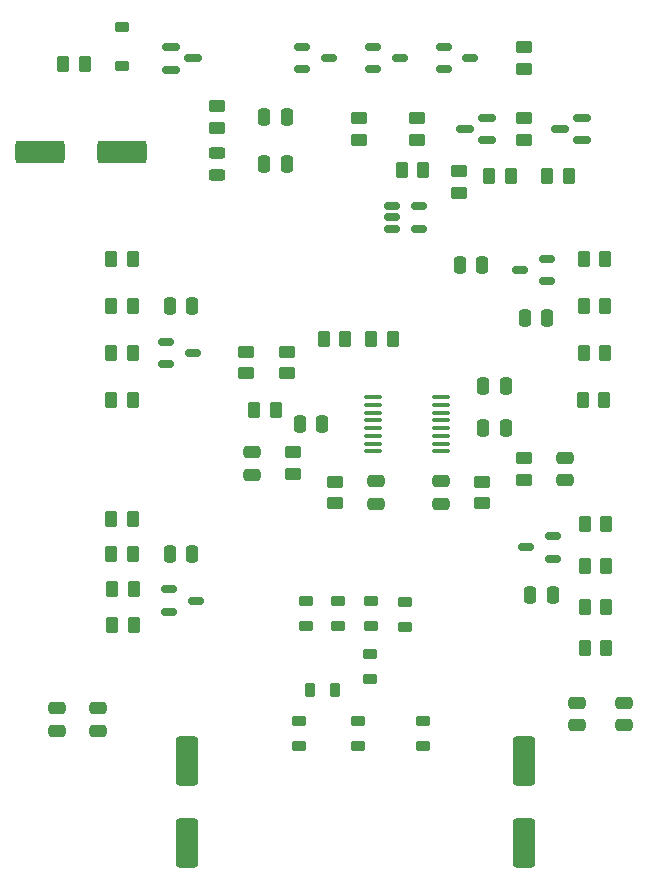
<source format=gbr>
%TF.GenerationSoftware,KiCad,Pcbnew,7.0.5*%
%TF.CreationDate,2023-09-16T15:31:54-07:00*%
%TF.ProjectId,ADS1219Module,41445331-3231-4394-9d6f-64756c652e6b,rev?*%
%TF.SameCoordinates,Original*%
%TF.FileFunction,Paste,Top*%
%TF.FilePolarity,Positive*%
%FSLAX46Y46*%
G04 Gerber Fmt 4.6, Leading zero omitted, Abs format (unit mm)*
G04 Created by KiCad (PCBNEW 7.0.5) date 2023-09-16 15:31:54*
%MOMM*%
%LPD*%
G01*
G04 APERTURE LIST*
G04 Aperture macros list*
%AMRoundRect*
0 Rectangle with rounded corners*
0 $1 Rounding radius*
0 $2 $3 $4 $5 $6 $7 $8 $9 X,Y pos of 4 corners*
0 Add a 4 corners polygon primitive as box body*
4,1,4,$2,$3,$4,$5,$6,$7,$8,$9,$2,$3,0*
0 Add four circle primitives for the rounded corners*
1,1,$1+$1,$2,$3*
1,1,$1+$1,$4,$5*
1,1,$1+$1,$6,$7*
1,1,$1+$1,$8,$9*
0 Add four rect primitives between the rounded corners*
20,1,$1+$1,$2,$3,$4,$5,0*
20,1,$1+$1,$4,$5,$6,$7,0*
20,1,$1+$1,$6,$7,$8,$9,0*
20,1,$1+$1,$8,$9,$2,$3,0*%
G04 Aperture macros list end*
%ADD10RoundRect,0.250000X-0.262500X-0.450000X0.262500X-0.450000X0.262500X0.450000X-0.262500X0.450000X0*%
%ADD11RoundRect,0.250000X0.250000X0.475000X-0.250000X0.475000X-0.250000X-0.475000X0.250000X-0.475000X0*%
%ADD12RoundRect,0.218750X-0.381250X0.218750X-0.381250X-0.218750X0.381250X-0.218750X0.381250X0.218750X0*%
%ADD13RoundRect,0.250000X0.475000X-0.250000X0.475000X0.250000X-0.475000X0.250000X-0.475000X-0.250000X0*%
%ADD14RoundRect,0.150000X-0.512500X-0.150000X0.512500X-0.150000X0.512500X0.150000X-0.512500X0.150000X0*%
%ADD15RoundRect,0.250000X-0.450000X0.262500X-0.450000X-0.262500X0.450000X-0.262500X0.450000X0.262500X0*%
%ADD16RoundRect,0.225000X0.375000X-0.225000X0.375000X0.225000X-0.375000X0.225000X-0.375000X-0.225000X0*%
%ADD17RoundRect,0.150000X0.512500X0.150000X-0.512500X0.150000X-0.512500X-0.150000X0.512500X-0.150000X0*%
%ADD18RoundRect,0.250000X-0.250000X-0.475000X0.250000X-0.475000X0.250000X0.475000X-0.250000X0.475000X0*%
%ADD19RoundRect,0.218750X0.381250X-0.218750X0.381250X0.218750X-0.381250X0.218750X-0.381250X-0.218750X0*%
%ADD20RoundRect,0.250000X0.700000X-1.825000X0.700000X1.825000X-0.700000X1.825000X-0.700000X-1.825000X0*%
%ADD21RoundRect,0.250000X0.262500X0.450000X-0.262500X0.450000X-0.262500X-0.450000X0.262500X-0.450000X0*%
%ADD22RoundRect,0.250000X-0.475000X0.250000X-0.475000X-0.250000X0.475000X-0.250000X0.475000X0.250000X0*%
%ADD23RoundRect,0.250000X0.450000X-0.262500X0.450000X0.262500X-0.450000X0.262500X-0.450000X-0.262500X0*%
%ADD24RoundRect,0.150000X-0.587500X-0.150000X0.587500X-0.150000X0.587500X0.150000X-0.587500X0.150000X0*%
%ADD25RoundRect,0.100000X-0.637500X-0.100000X0.637500X-0.100000X0.637500X0.100000X-0.637500X0.100000X0*%
%ADD26RoundRect,0.150000X0.587500X0.150000X-0.587500X0.150000X-0.587500X-0.150000X0.587500X-0.150000X0*%
%ADD27RoundRect,0.250000X-0.700000X1.825000X-0.700000X-1.825000X0.700000X-1.825000X0.700000X1.825000X0*%
%ADD28RoundRect,0.218750X0.218750X0.381250X-0.218750X0.381250X-0.218750X-0.381250X0.218750X-0.381250X0*%
%ADD29RoundRect,0.243750X0.456250X-0.243750X0.456250X0.243750X-0.456250X0.243750X-0.456250X-0.243750X0*%
%ADD30RoundRect,0.250000X1.825000X0.700000X-1.825000X0.700000X-1.825000X-0.700000X1.825000X-0.700000X0*%
G04 APERTURE END LIST*
D10*
%TO.C,R27*%
X197087500Y-77000000D03*
X198912500Y-77000000D03*
%TD*%
D11*
%TO.C,C19*%
X194000000Y-78000000D03*
X192100000Y-78000000D03*
%TD*%
D12*
%TO.C,FB9*%
X179000000Y-106437500D03*
X179000000Y-108562500D03*
%TD*%
D13*
%TO.C,C15*%
X185000000Y-93750000D03*
X185000000Y-91850000D03*
%TD*%
D14*
%TO.C,D6*%
X173225000Y-55050000D03*
X173225000Y-56950000D03*
X175500000Y-56000000D03*
%TD*%
D15*
%TO.C,R8*%
X178087500Y-61087500D03*
X178087500Y-62912500D03*
%TD*%
%TO.C,R7*%
X192000000Y-61087500D03*
X192000000Y-62912500D03*
%TD*%
%TO.C,R6*%
X183000000Y-61087500D03*
X183000000Y-62912500D03*
%TD*%
D14*
%TO.C,D3*%
X185225000Y-55050000D03*
X185225000Y-56950000D03*
X187500000Y-56000000D03*
%TD*%
D16*
%TO.C,D5*%
X158000000Y-56650000D03*
X158000000Y-53350000D03*
%TD*%
D14*
%TO.C,U2*%
X180862500Y-68550000D03*
X180862500Y-69500000D03*
X180862500Y-70450000D03*
X183137500Y-70450000D03*
X183137500Y-68550000D03*
%TD*%
D17*
%TO.C,D10*%
X194000000Y-74900000D03*
X194000000Y-73000000D03*
X191725000Y-73950000D03*
%TD*%
D18*
%TO.C,C17*%
X162050000Y-98000000D03*
X163950000Y-98000000D03*
%TD*%
D19*
%TO.C,FB8*%
X179055000Y-104125000D03*
X179055000Y-102000000D03*
%TD*%
D10*
%TO.C,R22*%
X157087500Y-98000000D03*
X158912500Y-98000000D03*
%TD*%
D13*
%TO.C,C5*%
X156000000Y-112950000D03*
X156000000Y-111050000D03*
%TD*%
D19*
%TO.C,FB7*%
X176305000Y-104125000D03*
X176305000Y-102000000D03*
%TD*%
D20*
%TO.C,C9*%
X163500000Y-122500000D03*
X163500000Y-115550000D03*
%TD*%
D18*
%TO.C,C13*%
X188600000Y-83800000D03*
X190500000Y-83800000D03*
%TD*%
D17*
%TO.C,D9*%
X194500000Y-98400000D03*
X194500000Y-96500000D03*
X192225000Y-97450000D03*
%TD*%
D10*
%TO.C,R13*%
X181675000Y-65500000D03*
X183500000Y-65500000D03*
%TD*%
D18*
%TO.C,C3*%
X170050000Y-65000000D03*
X171950000Y-65000000D03*
%TD*%
D21*
%TO.C,R2*%
X176912500Y-79800000D03*
X175087500Y-79800000D03*
%TD*%
D12*
%TO.C,FB1*%
X183500000Y-112112500D03*
X183500000Y-114237500D03*
%TD*%
%TO.C,FB2*%
X173000000Y-112112500D03*
X173000000Y-114237500D03*
%TD*%
D21*
%TO.C,R36*%
X198912500Y-73000000D03*
X197087500Y-73000000D03*
%TD*%
D19*
%TO.C,FB4*%
X182000000Y-104187500D03*
X182000000Y-102062500D03*
%TD*%
D10*
%TO.C,R14*%
X169175000Y-85800000D03*
X171000000Y-85800000D03*
%TD*%
D21*
%TO.C,R25*%
X199000000Y-102500000D03*
X197175000Y-102500000D03*
%TD*%
%TO.C,R26*%
X199000000Y-106000000D03*
X197175000Y-106000000D03*
%TD*%
D13*
%TO.C,C6*%
X152500000Y-112950000D03*
X152500000Y-111050000D03*
%TD*%
D22*
%TO.C,C20*%
X169000000Y-89400000D03*
X169000000Y-91300000D03*
%TD*%
D11*
%TO.C,C11*%
X190500000Y-87300000D03*
X188600000Y-87300000D03*
%TD*%
D21*
%TO.C,R29*%
X198825000Y-85000000D03*
X197000000Y-85000000D03*
%TD*%
%TO.C,R1*%
X180912500Y-79800000D03*
X179087500Y-79800000D03*
%TD*%
D23*
%TO.C,R10*%
X166000000Y-61912500D03*
X166000000Y-60087500D03*
%TD*%
D15*
%TO.C,R12*%
X186500000Y-65587500D03*
X186500000Y-67412500D03*
%TD*%
D14*
%TO.C,D2*%
X179225000Y-55050000D03*
X179225000Y-56950000D03*
X181500000Y-56000000D03*
%TD*%
D21*
%TO.C,R21*%
X159000000Y-101000000D03*
X157175000Y-101000000D03*
%TD*%
D24*
%TO.C,Q3*%
X162125000Y-55100000D03*
X162125000Y-57000000D03*
X164000000Y-56050000D03*
%TD*%
D25*
%TO.C,U3*%
X179275000Y-84750000D03*
X179275000Y-85400000D03*
X179275000Y-86050000D03*
X179275000Y-86700000D03*
X179275000Y-87350000D03*
X179275000Y-88000000D03*
X179275000Y-88650000D03*
X179275000Y-89300000D03*
X185000000Y-89300000D03*
X185000000Y-88650000D03*
X185000000Y-88000000D03*
X185000000Y-87350000D03*
X185000000Y-86700000D03*
X185000000Y-86050000D03*
X185000000Y-85400000D03*
X185000000Y-84750000D03*
%TD*%
D26*
%TO.C,Q2*%
X196937500Y-62950000D03*
X196937500Y-61050000D03*
X195062500Y-62000000D03*
%TD*%
D10*
%TO.C,R20*%
X157087500Y-77000000D03*
X158912500Y-77000000D03*
%TD*%
D19*
%TO.C,FB3*%
X178000000Y-114300000D03*
X178000000Y-112175000D03*
%TD*%
D18*
%TO.C,C2*%
X170050000Y-61000000D03*
X171950000Y-61000000D03*
%TD*%
D15*
%TO.C,R32*%
X168500000Y-80887500D03*
X168500000Y-82712500D03*
%TD*%
D10*
%TO.C,R4*%
X189087500Y-66000000D03*
X190912500Y-66000000D03*
%TD*%
D15*
%TO.C,R31*%
X192000000Y-89887500D03*
X192000000Y-91712500D03*
%TD*%
D13*
%TO.C,C8*%
X200500000Y-112500000D03*
X200500000Y-110600000D03*
%TD*%
D15*
%TO.C,R9*%
X192000000Y-55087500D03*
X192000000Y-56912500D03*
%TD*%
D10*
%TO.C,R33*%
X157175000Y-104000000D03*
X159000000Y-104000000D03*
%TD*%
D26*
%TO.C,Q1*%
X188875000Y-62950000D03*
X188875000Y-61050000D03*
X187000000Y-62000000D03*
%TD*%
D11*
%TO.C,C12*%
X174950000Y-87000000D03*
X173050000Y-87000000D03*
%TD*%
D10*
%TO.C,R23*%
X157087500Y-95000000D03*
X158912500Y-95000000D03*
%TD*%
D14*
%TO.C,D7*%
X161725000Y-80050000D03*
X161725000Y-81950000D03*
X164000000Y-81000000D03*
%TD*%
D10*
%TO.C,R35*%
X157087500Y-85000000D03*
X158912500Y-85000000D03*
%TD*%
D21*
%TO.C,R19*%
X158912500Y-81000000D03*
X157087500Y-81000000D03*
%TD*%
%TO.C,R28*%
X198912500Y-81000000D03*
X197087500Y-81000000D03*
%TD*%
D27*
%TO.C,C10*%
X192000000Y-115550000D03*
X192000000Y-122500000D03*
%TD*%
D13*
%TO.C,C7*%
X196500000Y-112500000D03*
X196500000Y-110600000D03*
%TD*%
D15*
%TO.C,R16*%
X176000000Y-91887500D03*
X176000000Y-93712500D03*
%TD*%
D23*
%TO.C,R3*%
X172000000Y-82712500D03*
X172000000Y-80887500D03*
%TD*%
D10*
%TO.C,R11*%
X153000000Y-56500000D03*
X154825000Y-56500000D03*
%TD*%
D28*
%TO.C,FB5*%
X176062500Y-109500000D03*
X173937500Y-109500000D03*
%TD*%
D18*
%TO.C,C4*%
X186600000Y-73500000D03*
X188500000Y-73500000D03*
%TD*%
D19*
%TO.C,FB6*%
X173555000Y-104125000D03*
X173555000Y-102000000D03*
%TD*%
D10*
%TO.C,R24*%
X197175000Y-99000000D03*
X199000000Y-99000000D03*
%TD*%
D23*
%TO.C,R30*%
X172500000Y-91212500D03*
X172500000Y-89387500D03*
%TD*%
D29*
%TO.C,D4*%
X166000000Y-65937500D03*
X166000000Y-64062500D03*
%TD*%
D21*
%TO.C,R5*%
X195825000Y-66000000D03*
X194000000Y-66000000D03*
%TD*%
D14*
%TO.C,D8*%
X162000000Y-101000000D03*
X162000000Y-102900000D03*
X164275000Y-101950000D03*
%TD*%
D13*
%TO.C,C14*%
X179500000Y-93750000D03*
X179500000Y-91850000D03*
%TD*%
D18*
%TO.C,C16*%
X162050000Y-77000000D03*
X163950000Y-77000000D03*
%TD*%
D13*
%TO.C,C21*%
X195500000Y-91750000D03*
X195500000Y-89850000D03*
%TD*%
D10*
%TO.C,R17*%
X157087500Y-73000000D03*
X158912500Y-73000000D03*
%TD*%
D15*
%TO.C,R18*%
X188500000Y-91887500D03*
X188500000Y-93712500D03*
%TD*%
D11*
%TO.C,C18*%
X194450000Y-101500000D03*
X192550000Y-101500000D03*
%TD*%
D30*
%TO.C,C1*%
X158000000Y-64000000D03*
X151050000Y-64000000D03*
%TD*%
D21*
%TO.C,R34*%
X199000000Y-95500000D03*
X197175000Y-95500000D03*
%TD*%
M02*

</source>
